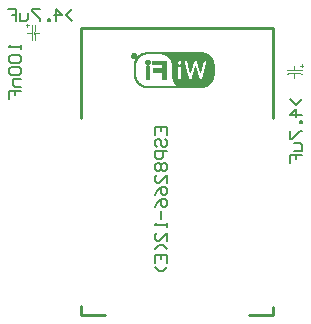
<source format=gbo>
%FSDAX24Y24*%
%MOMM*%
%SFA1B1*%

%IPPOS*%
%ADD34C,0.177800*%
%ADD53C,0.100076*%
%ADD54C,0.254000*%
%ADD55C,0.012700*%
%LNesp8266_amp_smd-1*%
%LPD*%
G54D34*
X128272Y171028D02*
Y177800D01*
X138430*
Y171028*
X133352Y177800D02*
Y174414D01*
X129966Y160873D02*
X128272Y162565D01*
Y165950*
X129966Y167642*
X131658*
X133352Y165950*
Y162565*
X135044Y160873*
X136738*
X138430Y162565*
Y165950*
X136738Y167642*
X138430Y157487D02*
X128272D01*
Y152407*
X129966Y150715*
X133352*
X135044Y152407*
Y157487*
X129966Y147330D02*
X128272Y145635D01*
Y142252*
X129966Y140558*
X131658*
X133352Y142252*
X135044Y140558*
X136738*
X138430Y142252*
Y145635*
X136738Y147330*
X135044*
X133352Y145635*
X131658Y147330*
X129966*
X133352Y145635D02*
Y142252D01*
X138430Y130401D02*
Y137172D01*
X131658Y130401*
X129966*
X128272Y132095*
Y135481*
X129966Y137172*
X128272Y120246D02*
X129966Y123631D01*
X133352Y127017*
X136738*
X138430Y125323*
Y121937*
X136738Y120246*
X135044*
X133352Y121937*
Y127017*
X128272Y110088D02*
X129966Y113474D01*
X133352Y116860*
X136738*
X138430Y115166*
Y111780*
X136738Y110088*
X135044*
X133352Y111780*
Y116860*
Y106702D02*
Y099931D01*
X138430Y096545D02*
Y093159D01*
Y094853*
X128272*
X129966Y096545*
X138430Y081310D02*
Y088082D01*
X131658Y081310*
X129966*
X128272Y083004*
Y086390*
X129966Y088082*
X138430Y074538D02*
X135044Y077924D01*
X131658*
X128272Y074538*
Y062689D02*
Y069461D01*
X138430*
Y062689*
X133352Y069461D02*
Y066075D01*
X138430Y059303D02*
X135044Y055920D01*
X131658*
X128272Y059303*
X015240Y247650D02*
Y244264D01*
Y245958*
X005082*
X006776Y247650*
Y239186D02*
X005082Y237492D01*
Y234106*
X006776Y232415*
X013548*
X015240Y234106*
Y237492*
X013548Y239186*
X006776*
Y229029D02*
X005082Y227337D01*
Y223951*
X006776Y222257*
X013548*
X015240Y223951*
Y227337*
X013548Y229029*
X006776*
X015240Y218871D02*
X008468D01*
Y213794*
X010162Y212100*
X015240*
X005082Y201945D02*
Y208716D01*
X010162*
Y205331*
Y208716*
X015240*
X058420Y267970D02*
X053342Y273047D01*
X058420Y278127*
X044876Y267970D02*
Y278127D01*
X049956Y273047*
X043185*
X039799Y267970D02*
Y269664D01*
X038107*
Y267970*
X039799*
X031335Y278127D02*
X024564D01*
Y276433*
X031335Y269664*
Y267970*
X021178Y274741D02*
Y269664D01*
X019486Y267970*
X014406*
Y274741*
X004251Y278127D02*
X011021D01*
Y273047*
X007635*
X011021*
Y267970*
X252730Y201930D02*
X247652Y196852D01*
X242572Y201930*
X252730Y188386D02*
X242572D01*
X247652Y193466*
Y186695*
X252730Y183309D02*
X251038D01*
Y181617*
X252730*
Y183309*
X242572Y174845D02*
Y168074D01*
X244266*
X251038Y174845*
X252730*
X245958Y164688D02*
X251038D01*
X252730Y162996*
Y157916*
X245958*
X242572Y147761D02*
Y154531D01*
X247652*
Y151145*
Y154531*
X252730*
G54D53*
X026901Y264111D02*
D01*
X026535Y262015*
X026316Y259899*
X026245Y257773*
X026323Y255647*
X026549Y253531*
X026906Y251510*
X252681Y223288D02*
D01*
X250585Y223654*
X248469Y223873*
X246343Y223943*
X244217Y223866*
X242101Y223640*
X240080Y223283*
X019050Y264160D02*
X021590D01*
X020320Y262890D02*
Y265430D01*
X024130Y251460D02*
Y264160D01*
X020320Y257810D02*
X024130D01*
X026670D02*
X030480D01*
X252730Y228600D02*
Y231140D01*
X251460Y229870D02*
X254000D01*
X240030Y226060D02*
X252730D01*
X246380D02*
Y229870D01*
Y219710D02*
Y223520D01*
G54D54*
X066040Y261620D02*
X228600D01*
X066040Y185420D02*
Y261620D01*
Y019050D02*
Y026670D01*
Y019050D02*
X086360D01*
X208280D02*
X228600D01*
Y025400*
Y185420D02*
Y261620D01*
G54D55*
X120269Y241300D02*
X168021D01*
X119507Y241173D02*
X168783D01*
X118999Y241046D02*
X169291D01*
X118491Y240919D02*
X169799D01*
X118110Y240792D02*
X170180D01*
X117729Y240665D02*
X170561D01*
X117475Y240538D02*
X170815D01*
X117094Y240411D02*
X171196D01*
X109474D02*
X110744D01*
X116840Y240284D02*
X171450D01*
X109220D02*
X111125D01*
X134366Y240157D02*
X171704D01*
X116586D02*
X120015D01*
X108966D02*
X111252D01*
X135128Y240030D02*
X171958D01*
X116332D02*
X119380D01*
X110490D02*
X111379D01*
X108839D02*
X109728D01*
X135509Y239903D02*
X172212D01*
X116078D02*
X118872D01*
X110871D02*
X111633D01*
X108712D02*
X109347D01*
X136017Y239776D02*
X172339D01*
X115951D02*
X118364D01*
X110998D02*
X111633D01*
X108585D02*
X109220D01*
X136271Y239649D02*
X172593D01*
X115697D02*
X117983D01*
X111252D02*
X111760D01*
X108458D02*
X109093D01*
X136652Y239522D02*
X172847D01*
X115570D02*
X117729D01*
X111379D02*
X111887D01*
X109855D02*
X110998D01*
X108458D02*
X108966D01*
X136906Y239395D02*
X172974D01*
X115316D02*
X117348D01*
X111379D02*
X111887D01*
X109474D02*
X110998D01*
X108331D02*
X108839D01*
X137160Y239268D02*
X173101D01*
X115189D02*
X117094D01*
X111506D02*
X112014D01*
X109347D02*
X110998D01*
X108331D02*
X108712D01*
X137414Y239141D02*
X173355D01*
X114935D02*
X116840D01*
X111506D02*
X112014D01*
X110617D02*
X110998D01*
X109347D02*
X109982D01*
X108204D02*
X108712D01*
X137668Y239014D02*
X173482D01*
X114808D02*
X116586D01*
X111633D02*
X112014D01*
X110617D02*
X110998D01*
X109347D02*
X109855D01*
X108204D02*
X108585D01*
X137922Y238887D02*
X173609D01*
X114681D02*
X116459D01*
X111633D02*
X112141D01*
X110617D02*
X110998D01*
X109347D02*
X109855D01*
X108204D02*
X108585D01*
X138049Y238760D02*
X173863D01*
X114427D02*
X116205D01*
X111633D02*
X112141D01*
X110617D02*
X110998D01*
X109347D02*
X109855D01*
X108204D02*
X108585D01*
X138303Y238633D02*
X173990D01*
X114300D02*
X116078D01*
X111633D02*
X112141D01*
X109347D02*
X110998D01*
X108077D02*
X108585D01*
X138430Y238506D02*
X174117D01*
X114173D02*
X115824D01*
X111633D02*
X112141D01*
X109474D02*
X110998D01*
X108077D02*
X108585D01*
X138684Y238379D02*
X174244D01*
X114046D02*
X115697D01*
X111760D02*
X112141D01*
X109728D02*
X110998D01*
X108077D02*
X108585D01*
X138811Y238252D02*
X174371D01*
X113919D02*
X115443D01*
X111633D02*
X112141D01*
X110617D02*
X110998D01*
X109728D02*
X110363D01*
X108077D02*
X108585D01*
X138938Y238125D02*
X174498D01*
X113792D02*
X115316D01*
X111633D02*
X112141D01*
X110617D02*
X110998D01*
X109601D02*
X110109D01*
X108204D02*
X108585D01*
X139065Y237998D02*
X174625D01*
X113665D02*
X115189D01*
X111633D02*
X112141D01*
X110617D02*
X110998D01*
X109474D02*
X110109D01*
X108204D02*
X108585D01*
X139319Y237871D02*
X174752D01*
X113538D02*
X114935D01*
X111633D02*
X112014D01*
X110617D02*
X110998D01*
X109474D02*
X109982D01*
X108204D02*
X108712D01*
X139446Y237744D02*
X174879D01*
X113411D02*
X114808D01*
X111506D02*
X112014D01*
X110617D02*
X110998D01*
X109347D02*
X109855D01*
X108204D02*
X108712D01*
X139573Y237617D02*
X175006D01*
X113284D02*
X114681D01*
X111506D02*
X111887D01*
X110617D02*
X110998D01*
X109220D02*
X109855D01*
X108331D02*
X108839D01*
X139700Y237490D02*
X175133D01*
X113157D02*
X114554D01*
X111379D02*
X111887D01*
X110617D02*
X110998D01*
X109220D02*
X109728D01*
X108331D02*
X108839D01*
X139827Y237363D02*
X175260D01*
X113030D02*
X114427D01*
X111252D02*
X111760D01*
X108458D02*
X108966D01*
X139954Y237236D02*
X175387D01*
X113030D02*
X114300D01*
X111125D02*
X111760D01*
X108585D02*
X109220D01*
X140081Y237109D02*
X175387D01*
X112903D02*
X114173D01*
X110871D02*
X111633D01*
X108712D02*
X109347D01*
X140081Y236982D02*
X175514D01*
X112776D02*
X114046D01*
X110617D02*
X111506D01*
X108839D02*
X109601D01*
X140208Y236855D02*
X175641D01*
X112649D02*
X113919D01*
X108966D02*
X111252D01*
X140335Y236728D02*
X175768D01*
X112522D02*
X113919D01*
X109093D02*
X111125D01*
X140462Y236601D02*
X175768D01*
X112522D02*
X113792D01*
X109474D02*
X110744D01*
X140589Y236474D02*
X175895D01*
X112395D02*
X113665D01*
X140716Y236347D02*
X176022D01*
X112268D02*
X113538D01*
X140716Y236220D02*
X176149D01*
X112268D02*
X113411D01*
X140843Y236093D02*
X176149D01*
X112141D02*
X113411D01*
X140970Y235966D02*
X176276D01*
X112014D02*
X113284D01*
X140970Y235839D02*
X176276D01*
X112014D02*
X113157D01*
X141097Y235712D02*
X176403D01*
X111887D02*
X113157D01*
X141224Y235585D02*
X176530D01*
X111887D02*
X113030D01*
X141224Y235458D02*
X176530D01*
X111760D02*
X112903D01*
X141351Y235331D02*
X176657D01*
X111633D02*
X112903D01*
X141351Y235204D02*
X176657D01*
X111633D02*
X112776D01*
X141478Y235077D02*
X176784D01*
X111506D02*
X112776D01*
X141478Y234950D02*
X176784D01*
X111506D02*
X112649D01*
X141605Y234823D02*
X176911D01*
X111379D02*
X112522D01*
X149098Y234696D02*
X176911D01*
X141605D02*
X148463D01*
X121666D02*
X122174D01*
X111379D02*
X112522D01*
X149606Y234569D02*
X177038D01*
X141732D02*
X148082D01*
X121158D02*
X122682D01*
X111379D02*
X112395D01*
X149860Y234442D02*
X177038D01*
X141732D02*
X147828D01*
X120904D02*
X122936D01*
X111252D02*
X112395D01*
X171958Y234315D02*
X177038D01*
X171704D02*
X171831D01*
X169164D02*
X169418D01*
X163576D02*
X169037D01*
X161163D02*
X161290D01*
X160782D02*
X161036D01*
X155321D02*
X160655D01*
X152400D02*
X152527D01*
X149987D02*
X152273D01*
X141859D02*
X147574D01*
X120650D02*
X123063D01*
X111252D02*
X112395D01*
X172085Y234188D02*
X177165D01*
X163576D02*
X168656D01*
X155448D02*
X160655D01*
X150114D02*
X152273D01*
X141859D02*
X147447D01*
X125857D02*
X137414D01*
X120523D02*
X123190D01*
X111125D02*
X112268D01*
X172085Y234061D02*
X177165D01*
X163576D02*
X168656D01*
X155448D02*
X160528D01*
X150241D02*
X152273D01*
X141859D02*
X147320D01*
X125730D02*
X137414D01*
X120396D02*
X123317D01*
X111125D02*
X112268D01*
X171958Y233934D02*
X177292D01*
X163703D02*
X168656D01*
X155448D02*
X160528D01*
X150368D02*
X152400D01*
X141986D02*
X147193D01*
X125857D02*
X137414D01*
X120396D02*
X123444D01*
X111125D02*
X112141D01*
X171958Y233807D02*
X177292D01*
X163703D02*
X168656D01*
X155575D02*
X160528D01*
X150495D02*
X152400D01*
X141986D02*
X147193D01*
X125857D02*
X137414D01*
X120269D02*
X123571D01*
X110998D02*
X112141D01*
X171958Y233680D02*
X177292D01*
X163703D02*
X168529D01*
X155575D02*
X160528D01*
X150495D02*
X152400D01*
X142113D02*
X147066D01*
X125857D02*
X137414D01*
X120142D02*
X123571D01*
X110998D02*
X112141D01*
X171958Y233553D02*
X177419D01*
X163830D02*
X168529D01*
X155575D02*
X160401D01*
X150622D02*
X152400D01*
X142113D02*
X147066D01*
X125857D02*
X137414D01*
X120142D02*
X123698D01*
X110871D02*
X112014D01*
X171831Y233426D02*
X177419D01*
X163830D02*
X168529D01*
X155575D02*
X160401D01*
X150622D02*
X152527D01*
X142113D02*
X146939D01*
X125857D02*
X137414D01*
X120015D02*
X123698D01*
X110871D02*
X112014D01*
X171831Y233299D02*
X177419D01*
X163830D02*
X168529D01*
X155575D02*
X160401D01*
X150622D02*
X152527D01*
X142240D02*
X146939D01*
X125857D02*
X137414D01*
X120015D02*
X123698D01*
X110871D02*
X111887D01*
X171831Y233172D02*
X177546D01*
X163957D02*
X168402D01*
X155702D02*
X160274D01*
X150749D02*
X152527D01*
X142240D02*
X146939D01*
X125857D02*
X137414D01*
X120015D02*
X123825D01*
X110871D02*
X111887D01*
X171831Y233045D02*
X177546D01*
X163957D02*
X168402D01*
X155702D02*
X160274D01*
X150749D02*
X152527D01*
X142240D02*
X146939D01*
X125857D02*
X137414D01*
X120015D02*
X123825D01*
X110744D02*
X111887D01*
X171704Y232918D02*
X177546D01*
X163957D02*
X168402D01*
X155702D02*
X160274D01*
X150749D02*
X152654D01*
X142240D02*
X146939D01*
X125857D02*
X137414D01*
X120015D02*
X123825D01*
X110744D02*
X111887D01*
X171704Y232791D02*
X177546D01*
X163957D02*
X168402D01*
X155702D02*
X160274D01*
X150749D02*
X152654D01*
X142367D02*
X146812D01*
X125857D02*
X137414D01*
X120015D02*
X123825D01*
X110744D02*
X111760D01*
X171704Y232664D02*
X177673D01*
X164084D02*
X168402D01*
X155829D02*
X160147D01*
X150749D02*
X152654D01*
X142367D02*
X146939D01*
X125857D02*
X137414D01*
X120015D02*
X123825D01*
X110617D02*
X111760D01*
X171704Y232537D02*
X177673D01*
X164084D02*
X168275D01*
X155829D02*
X160147D01*
X150749D02*
X152654D01*
X142367D02*
X146939D01*
X125857D02*
X137414D01*
X120015D02*
X123825D01*
X110617D02*
X111760D01*
X171577Y232410D02*
X177673D01*
X164084D02*
X168275D01*
X155829D02*
X160147D01*
X150622D02*
X152781D01*
X142367D02*
X146939D01*
X125857D02*
X137414D01*
X120015D02*
X123825D01*
X110617D02*
X111760D01*
X171577Y232283D02*
X177673D01*
X164211D02*
X168275D01*
X155829D02*
X160020D01*
X150622D02*
X152781D01*
X142494D02*
X146939D01*
X125857D02*
X137414D01*
X120015D02*
X123698D01*
X110617D02*
X111633D01*
X171577Y232156D02*
X177673D01*
X164211D02*
X168275D01*
X155956D02*
X160020D01*
X150622D02*
X152781D01*
X142494D02*
X146939D01*
X125857D02*
X137414D01*
X120142D02*
X123698D01*
X110617D02*
X111633D01*
X171450Y232029D02*
X177800D01*
X164211D02*
X168148D01*
X155956D02*
X160020D01*
X150622D02*
X152781D01*
X142494D02*
X147066D01*
X125857D02*
X137414D01*
X120142D02*
X123698D01*
X110490D02*
X111633D01*
X171450Y231902D02*
X177800D01*
X164211D02*
X168148D01*
X155956D02*
X160020D01*
X150495D02*
X152908D01*
X142494D02*
X147066D01*
X125857D02*
X137414D01*
X120142D02*
X123571D01*
X110490D02*
X111633D01*
X171450Y231775D02*
X177800D01*
X164338D02*
X168148D01*
X155956D02*
X159893D01*
X150495D02*
X152908D01*
X142494D02*
X147193D01*
X125857D02*
X137414D01*
X120269D02*
X123571D01*
X110490D02*
X111633D01*
X171450Y231648D02*
X177800D01*
X164338D02*
X168148D01*
X156083D02*
X159893D01*
X150368D02*
X152908D01*
X142494D02*
X147320D01*
X125857D02*
X137414D01*
X120396D02*
X123444D01*
X110490D02*
X111506D01*
X171323Y231521D02*
X177800D01*
X164338D02*
X168148D01*
X156083D02*
X159893D01*
X150241D02*
X153035D01*
X142494D02*
X147320D01*
X125857D02*
X137414D01*
X120396D02*
X123317D01*
X110490D02*
X111506D01*
X171323Y231394D02*
X177800D01*
X164465D02*
X168021D01*
X156083D02*
X159766D01*
X150114D02*
X153035D01*
X142621D02*
X147447D01*
X125730D02*
X137414D01*
X120523D02*
X123190D01*
X110490D02*
X111506D01*
X171323Y231267D02*
X177800D01*
X164465D02*
X168021D01*
X156083D02*
X159766D01*
X149987D02*
X153035D01*
X142621D02*
X147574D01*
X125857D02*
X137414D01*
X120777D02*
X123063D01*
X110490D02*
X111506D01*
X171323Y231140D02*
X177927D01*
X164465D02*
X168021D01*
X156083D02*
X159766D01*
X149733D02*
X153035D01*
X142621D02*
X147828D01*
X133985D02*
X137414D01*
X120904D02*
X122936D01*
X110363D02*
X111506D01*
X171196Y231013D02*
X177927D01*
X164592D02*
X168021D01*
X156210D02*
X159766D01*
X149479D02*
X153162D01*
X142621D02*
X148082D01*
X133985D02*
X137414D01*
X121158D02*
X122555D01*
X110363D02*
X111506D01*
X171196Y230886D02*
X177927D01*
X164592D02*
X167894D01*
X156210D02*
X159639D01*
X148971D02*
X153162D01*
X142621D02*
X148844D01*
X133985D02*
X137414D01*
X121920D02*
X122047D01*
X110363D02*
X111506D01*
X171196Y230759D02*
X177927D01*
X164592D02*
X167894D01*
X156210D02*
X159639D01*
X142621D02*
X153162D01*
X133985D02*
X137414D01*
X110363D02*
X111506D01*
X171196Y230632D02*
X177927D01*
X164592D02*
X167894D01*
X156210D02*
X159639D01*
X142621D02*
X153162D01*
X133985D02*
X137414D01*
X110363D02*
X111506D01*
X171069Y230505D02*
X177927D01*
X164719D02*
X167894D01*
X156210D02*
X159512D01*
X142621D02*
X153289D01*
X133985D02*
X137414D01*
X110363D02*
X111506D01*
X171069Y230378D02*
X177927D01*
X164719D02*
X167894D01*
X156337D02*
X159512D01*
X142621D02*
X153289D01*
X133985D02*
X137414D01*
X110363D02*
X111506D01*
X171069Y230251D02*
X177927D01*
X164719D02*
X167767D01*
X156337D02*
X159512D01*
X142621D02*
X153289D01*
X133985D02*
X137414D01*
X110363D02*
X111506D01*
X170942Y230124D02*
X177927D01*
X164846D02*
X167767D01*
X156337D02*
X159512D01*
X142621D02*
X153289D01*
X133985D02*
X137414D01*
X110363D02*
X111506D01*
X170942Y229997D02*
X177927D01*
X164846D02*
X167767D01*
X156337D02*
X159385D01*
X142621D02*
X153416D01*
X133985D02*
X137414D01*
X110363D02*
X111506D01*
X170942Y229870D02*
X177927D01*
X164846D02*
X167767D01*
X156464D02*
X159385D01*
X142621D02*
X153416D01*
X133985D02*
X137414D01*
X110363D02*
X111506D01*
X170942Y229743D02*
X177927D01*
X164846D02*
X167640D01*
X156464D02*
X159385D01*
X142621D02*
X153416D01*
X133985D02*
X137414D01*
X110363D02*
X111506D01*
X170815Y229616D02*
X177927D01*
X164973D02*
X167640D01*
X156464D02*
X159258D01*
X142621D02*
X153416D01*
X133985D02*
X137414D01*
X110363D02*
X111506D01*
X170815Y229489D02*
X177927D01*
X164973D02*
X167640D01*
X156464D02*
X159258D01*
X142621D02*
X153543D01*
X133985D02*
X137414D01*
X110363D02*
X111506D01*
X170815Y229362D02*
X177927D01*
X164973D02*
X167640D01*
X162179D02*
X162306D01*
X156591D02*
X159258D01*
X150495D02*
X153543D01*
X142621D02*
X147193D01*
X133985D02*
X137414D01*
X120269D02*
X123571D01*
X110363D02*
X111506D01*
X170815Y229235D02*
X177927D01*
X165100D02*
X167513D01*
X162052D02*
X162306D01*
X156591D02*
X159258D01*
X150495D02*
X153543D01*
X142621D02*
X147193D01*
X133985D02*
X137414D01*
X120269D02*
X123571D01*
X110363D02*
X111506D01*
X170688Y229108D02*
X177927D01*
X165100D02*
X167513D01*
X162052D02*
X162306D01*
X156591D02*
X159131D01*
X150495D02*
X153670D01*
X142621D02*
X147193D01*
X133985D02*
X137414D01*
X120269D02*
X123571D01*
X110363D02*
X111506D01*
X170688Y228981D02*
X177927D01*
X165100D02*
X167513D01*
X162052D02*
X162306D01*
X156591D02*
X159131D01*
X150495D02*
X153670D01*
X142621D02*
X147193D01*
X133985D02*
X137414D01*
X120269D02*
X123571D01*
X110363D02*
X111506D01*
X170688Y228854D02*
X177927D01*
X165227D02*
X167513D01*
X162052D02*
X162433D01*
X156718D02*
X159131D01*
X150495D02*
X153670D01*
X142621D02*
X147193D01*
X133985D02*
X137414D01*
X120269D02*
X123571D01*
X110363D02*
X111506D01*
X170688Y228727D02*
X177927D01*
X165227D02*
X167513D01*
X161925D02*
X162433D01*
X156718D02*
X159131D01*
X150368D02*
X153670D01*
X142621D02*
X147193D01*
X133985D02*
X137414D01*
X120269D02*
X123571D01*
X110363D02*
X111506D01*
X170561Y228600D02*
X177927D01*
X165227D02*
X167386D01*
X161925D02*
X162433D01*
X156718D02*
X159004D01*
X150495D02*
X153797D01*
X142621D02*
X147193D01*
X133985D02*
X137414D01*
X120269D02*
X123571D01*
X110363D02*
X111506D01*
X170561Y228473D02*
X177927D01*
X165227D02*
X167386D01*
X161925D02*
X162560D01*
X156718D02*
X159004D01*
X150495D02*
X153797D01*
X142621D02*
X147193D01*
X133985D02*
X137414D01*
X120269D02*
X123571D01*
X110363D02*
X111506D01*
X170561Y228346D02*
X177927D01*
X165354D02*
X167386D01*
X161798D02*
X162560D01*
X156718D02*
X159004D01*
X150495D02*
X153797D01*
X142621D02*
X147193D01*
X133985D02*
X137414D01*
X120269D02*
X123571D01*
X110363D02*
X111506D01*
X170434Y228219D02*
X177927D01*
X165354D02*
X167386D01*
X161798D02*
X162560D01*
X156845D02*
X158877D01*
X150495D02*
X153797D01*
X142621D02*
X147193D01*
X133985D02*
X137414D01*
X120269D02*
X123571D01*
X110363D02*
X111506D01*
X170434Y228092D02*
X177927D01*
X165354D02*
X167259D01*
X161798D02*
X162560D01*
X156845D02*
X158877D01*
X150495D02*
X153924D01*
X142621D02*
X147193D01*
X133985D02*
X137414D01*
X120269D02*
X123571D01*
X110363D02*
X111506D01*
X170434Y227965D02*
X177927D01*
X165481D02*
X167259D01*
X161798D02*
X162687D01*
X156845D02*
X158877D01*
X150495D02*
X153924D01*
X142621D02*
X147193D01*
X126365D02*
X137414D01*
X120269D02*
X123571D01*
X110363D02*
X111506D01*
X170434Y227838D02*
X177927D01*
X165481D02*
X167259D01*
X161671D02*
X162687D01*
X156845D02*
X158877D01*
X150495D02*
X153924D01*
X142621D02*
X147193D01*
X126365D02*
X137414D01*
X120269D02*
X123571D01*
X110363D02*
X111506D01*
X170307Y227711D02*
X177927D01*
X165481D02*
X167259D01*
X161671D02*
X162687D01*
X156972D02*
X158750D01*
X150495D02*
X153924D01*
X142621D02*
X147193D01*
X126365D02*
X137414D01*
X120269D02*
X123571D01*
X110363D02*
X111506D01*
X170307Y227584D02*
X177927D01*
X165608D02*
X167259D01*
X161671D02*
X162814D01*
X156972D02*
X158750D01*
X150495D02*
X154051D01*
X142621D02*
X147193D01*
X126365D02*
X137414D01*
X120269D02*
X123571D01*
X110363D02*
X111506D01*
X170307Y227457D02*
X177927D01*
X165608D02*
X167132D01*
X161544D02*
X162814D01*
X156972D02*
X158750D01*
X150495D02*
X154051D01*
X142621D02*
X147193D01*
X126365D02*
X137414D01*
X120269D02*
X123571D01*
X110363D02*
X111506D01*
X170307Y227330D02*
X177927D01*
X165608D02*
X167132D01*
X161544D02*
X162814D01*
X156972D02*
X158623D01*
X150495D02*
X154051D01*
X142621D02*
X147193D01*
X126365D02*
X137414D01*
X120269D02*
X123571D01*
X110363D02*
X111506D01*
X170180Y227203D02*
X177927D01*
X165608D02*
X167132D01*
X161544D02*
X162814D01*
X157099D02*
X158623D01*
X150495D02*
X154178D01*
X142621D02*
X147193D01*
X126365D02*
X137414D01*
X120269D02*
X123571D01*
X110363D02*
X111506D01*
X170180Y227076D02*
X177927D01*
X165735D02*
X167132D01*
X161544D02*
X162941D01*
X157099D02*
X158623D01*
X150495D02*
X154178D01*
X142621D02*
X147193D01*
X126365D02*
X137414D01*
X120269D02*
X123571D01*
X110363D02*
X111506D01*
X170180Y226949D02*
X177927D01*
X165735D02*
X167005D01*
X161417D02*
X162941D01*
X157099D02*
X158623D01*
X150495D02*
X154178D01*
X142621D02*
X147193D01*
X126365D02*
X137414D01*
X120269D02*
X123571D01*
X110363D02*
X111506D01*
X170053Y226822D02*
X177927D01*
X165735D02*
X167005D01*
X161417D02*
X162941D01*
X157099D02*
X158496D01*
X150495D02*
X154178D01*
X142621D02*
X147193D01*
X126365D02*
X137414D01*
X120269D02*
X123571D01*
X110363D02*
X111506D01*
X170053Y226695D02*
X177927D01*
X165862D02*
X167005D01*
X161417D02*
X163068D01*
X157099D02*
X158496D01*
X150495D02*
X154305D01*
X142621D02*
X147193D01*
X126365D02*
X137414D01*
X120269D02*
X123571D01*
X110363D02*
X111506D01*
X170053Y226568D02*
X177927D01*
X165862D02*
X167005D01*
X161290D02*
X163068D01*
X157226D02*
X158496D01*
X150495D02*
X154305D01*
X142621D02*
X147193D01*
X126365D02*
X137414D01*
X120269D02*
X123571D01*
X110363D02*
X111506D01*
X170053Y226441D02*
X177927D01*
X165862D02*
X167005D01*
X161290D02*
X163068D01*
X157226D02*
X158369D01*
X150495D02*
X154305D01*
X142621D02*
X147193D01*
X126365D02*
X137414D01*
X120269D02*
X123571D01*
X110363D02*
X111506D01*
X169926Y226314D02*
X177927D01*
X165862D02*
X166878D01*
X161290D02*
X163068D01*
X157226D02*
X158369D01*
X150495D02*
X154305D01*
X142621D02*
X147193D01*
X126365D02*
X137414D01*
X120269D02*
X123571D01*
X110363D02*
X111506D01*
X169926Y226187D02*
X177927D01*
X165989D02*
X166878D01*
X161290D02*
X163195D01*
X157226D02*
X158369D01*
X150495D02*
X154432D01*
X142621D02*
X147193D01*
X126365D02*
X137414D01*
X120269D02*
X123571D01*
X110363D02*
X111506D01*
X169926Y226060D02*
X177927D01*
X165989D02*
X166878D01*
X161163D02*
X163195D01*
X157353D02*
X158242D01*
X150495D02*
X154432D01*
X142621D02*
X147193D01*
X126365D02*
X137414D01*
X120269D02*
X123571D01*
X110363D02*
X111506D01*
X169926Y225933D02*
X177927D01*
X165989D02*
X166878D01*
X161163D02*
X163195D01*
X157353D02*
X158242D01*
X150495D02*
X154432D01*
X142621D02*
X147193D01*
X126365D02*
X137414D01*
X120269D02*
X123571D01*
X110363D02*
X111506D01*
X169799Y225806D02*
X177927D01*
X166116D02*
X166751D01*
X161163D02*
X163322D01*
X157353D02*
X158242D01*
X150495D02*
X154432D01*
X142621D02*
X147193D01*
X126365D02*
X137414D01*
X120269D02*
X123571D01*
X110363D02*
X111506D01*
X169799Y225679D02*
X177927D01*
X166116D02*
X166751D01*
X161036D02*
X163322D01*
X157353D02*
X158242D01*
X150495D02*
X154559D01*
X142621D02*
X147193D01*
X126365D02*
X137414D01*
X120269D02*
X123571D01*
X110363D02*
X111506D01*
X169799Y225552D02*
X177927D01*
X166116D02*
X166751D01*
X161036D02*
X163322D01*
X157480D02*
X158115D01*
X150495D02*
X154559D01*
X142621D02*
X147193D01*
X126365D02*
X137414D01*
X120269D02*
X123571D01*
X110363D02*
X111506D01*
X169799Y225425D02*
X177927D01*
X166243D02*
X166751D01*
X161036D02*
X163322D01*
X157480D02*
X158115D01*
X150495D02*
X154559D01*
X142621D02*
X147193D01*
X126365D02*
X137414D01*
X120269D02*
X123571D01*
X110363D02*
X111506D01*
X169672Y225298D02*
X177927D01*
X166243D02*
X166751D01*
X161036D02*
X163449D01*
X157480D02*
X158115D01*
X150495D02*
X154559D01*
X142621D02*
X147193D01*
X126365D02*
X137414D01*
X120269D02*
X123571D01*
X110363D02*
X111506D01*
X169672Y225171D02*
X177927D01*
X166243D02*
X166624D01*
X160909D02*
X163449D01*
X157480D02*
X158115D01*
X150495D02*
X154686D01*
X142621D02*
X147193D01*
X126365D02*
X137414D01*
X120269D02*
X123571D01*
X110363D02*
X111506D01*
X169672Y225044D02*
X177927D01*
X166243D02*
X166624D01*
X160909D02*
X163449D01*
X157480D02*
X157988D01*
X150495D02*
X154686D01*
X142621D02*
X147193D01*
X126365D02*
X137414D01*
X120269D02*
X123571D01*
X110363D02*
X111506D01*
X169545Y224917D02*
X177927D01*
X166370D02*
X166624D01*
X160909D02*
X163576D01*
X157607D02*
X157988D01*
X150495D02*
X154686D01*
X142621D02*
X147193D01*
X126365D02*
X137414D01*
X120269D02*
X123571D01*
X110363D02*
X111506D01*
X169545Y224790D02*
X177927D01*
X166370D02*
X166624D01*
X160782D02*
X163576D01*
X157607D02*
X157988D01*
X150495D02*
X154813D01*
X142621D02*
X147193D01*
X133985D02*
X137414D01*
X120269D02*
X123571D01*
X110363D02*
X111506D01*
X169545Y224663D02*
X177927D01*
X166370D02*
X166497D01*
X160782D02*
X163576D01*
X157607D02*
X157861D01*
X150495D02*
X154813D01*
X142621D02*
X147193D01*
X133985D02*
X137414D01*
X120269D02*
X123571D01*
X110363D02*
X111506D01*
X169545Y224536D02*
X177927D01*
X160782D02*
X163576D01*
X157607D02*
X157861D01*
X150495D02*
X154813D01*
X142621D02*
X147193D01*
X133985D02*
X137414D01*
X120269D02*
X123571D01*
X110363D02*
X111506D01*
X169418Y224409D02*
X177927D01*
X160782D02*
X163703D01*
X157734D02*
X157861D01*
X150495D02*
X154813D01*
X142621D02*
X147193D01*
X133985D02*
X137414D01*
X120269D02*
X123571D01*
X110363D02*
X111506D01*
X169418Y224282D02*
X177927D01*
X160655D02*
X163703D01*
X157734D02*
X157861D01*
X150495D02*
X154940D01*
X142621D02*
X147193D01*
X133985D02*
X137414D01*
X120269D02*
X123571D01*
X110363D02*
X111506D01*
X169418Y224155D02*
X177927D01*
X160655D02*
X163703D01*
X150495D02*
X154940D01*
X142621D02*
X147193D01*
X133985D02*
X137414D01*
X120269D02*
X123571D01*
X110363D02*
X111506D01*
X169418Y224028D02*
X177927D01*
X160655D02*
X163830D01*
X150495D02*
X154940D01*
X142621D02*
X147193D01*
X133985D02*
X137414D01*
X120269D02*
X123571D01*
X110363D02*
X111506D01*
X169291Y223901D02*
X177927D01*
X160528D02*
X163830D01*
X150495D02*
X154940D01*
X142621D02*
X147193D01*
X133985D02*
X137414D01*
X120269D02*
X123571D01*
X110363D02*
X111506D01*
X169291Y223774D02*
X177927D01*
X160528D02*
X163830D01*
X150495D02*
X155067D01*
X142621D02*
X147193D01*
X133985D02*
X137414D01*
X120269D02*
X123571D01*
X110363D02*
X111506D01*
X169291Y223647D02*
X177927D01*
X160528D02*
X163957D01*
X150495D02*
X155067D01*
X142621D02*
X147193D01*
X133985D02*
X137414D01*
X120269D02*
X123571D01*
X110363D02*
X111506D01*
X169164Y223520D02*
X177927D01*
X160401D02*
X163957D01*
X150495D02*
X155067D01*
X142621D02*
X147193D01*
X133985D02*
X137414D01*
X120269D02*
X123571D01*
X110363D02*
X111506D01*
X169164Y223393D02*
X177927D01*
X160401D02*
X163957D01*
X150495D02*
X155067D01*
X142621D02*
X147193D01*
X133985D02*
X137414D01*
X120269D02*
X123571D01*
X110363D02*
X111506D01*
X169164Y223266D02*
X177927D01*
X160401D02*
X163957D01*
X150495D02*
X155194D01*
X142621D02*
X147193D01*
X133985D02*
X137414D01*
X120269D02*
X123571D01*
X110363D02*
X111506D01*
X169164Y223139D02*
X177927D01*
X160401D02*
X164084D01*
X150495D02*
X155194D01*
X142621D02*
X147193D01*
X133985D02*
X137414D01*
X120269D02*
X123571D01*
X110363D02*
X111506D01*
X169037Y223012D02*
X177927D01*
X160274D02*
X164084D01*
X150495D02*
X155194D01*
X142621D02*
X147193D01*
X133985D02*
X137414D01*
X120269D02*
X123571D01*
X110363D02*
X111506D01*
X169037Y222885D02*
X177927D01*
X160274D02*
X164084D01*
X150495D02*
X155194D01*
X142621D02*
X147193D01*
X133985D02*
X137414D01*
X120269D02*
X123571D01*
X110363D02*
X111506D01*
X169037Y222758D02*
X177927D01*
X160274D02*
X164211D01*
X150495D02*
X155321D01*
X142621D02*
X147193D01*
X133985D02*
X137414D01*
X120269D02*
X123571D01*
X110363D02*
X111506D01*
X169037Y222631D02*
X177927D01*
X160274D02*
X164211D01*
X150495D02*
X155321D01*
X142621D02*
X147193D01*
X133985D02*
X137414D01*
X120269D02*
X123571D01*
X110363D02*
X111506D01*
X168910Y222504D02*
X177927D01*
X160147D02*
X164211D01*
X150495D02*
X155321D01*
X142621D02*
X147193D01*
X133985D02*
X137414D01*
X120269D02*
X123571D01*
X110363D02*
X111506D01*
X168910Y222377D02*
X177927D01*
X160147D02*
X164211D01*
X150495D02*
X155448D01*
X142621D02*
X147193D01*
X133985D02*
X137414D01*
X120269D02*
X123571D01*
X110363D02*
X111506D01*
X168910Y222250D02*
X177927D01*
X160147D02*
X164338D01*
X150495D02*
X155448D01*
X142621D02*
X147193D01*
X133985D02*
X137414D01*
X120269D02*
X123571D01*
X110363D02*
X111506D01*
X168910Y222123D02*
X177927D01*
X160020D02*
X164338D01*
X150495D02*
X155448D01*
X142621D02*
X147193D01*
X133985D02*
X137414D01*
X120269D02*
X123571D01*
X110363D02*
X111506D01*
X168783Y221996D02*
X177927D01*
X160020D02*
X164338D01*
X150495D02*
X155448D01*
X142621D02*
X147193D01*
X133985D02*
X137414D01*
X120269D02*
X123571D01*
X110363D02*
X111506D01*
X168783Y221869D02*
X177927D01*
X160020D02*
X164465D01*
X150495D02*
X155575D01*
X142621D02*
X147193D01*
X133985D02*
X137414D01*
X120269D02*
X123571D01*
X110363D02*
X111506D01*
X168783Y221742D02*
X177800D01*
X160020D02*
X164465D01*
X150495D02*
X155575D01*
X142621D02*
X147193D01*
X133985D02*
X137414D01*
X120269D02*
X123571D01*
X110490D02*
X111506D01*
X168656Y221615D02*
X177800D01*
X159893D02*
X164465D01*
X150495D02*
X155575D01*
X142748D02*
X147193D01*
X133985D02*
X137414D01*
X120269D02*
X123571D01*
X110490D02*
X111506D01*
X168656Y221488D02*
X177800D01*
X159893D02*
X164465D01*
X150495D02*
X155575D01*
X142748D02*
X147193D01*
X133985D02*
X137414D01*
X120269D02*
X123571D01*
X110490D02*
X111506D01*
X168656Y221361D02*
X177800D01*
X159893D02*
X164592D01*
X150495D02*
X155702D01*
X142748D02*
X147193D01*
X133985D02*
X137414D01*
X120269D02*
X123571D01*
X110490D02*
X111506D01*
X168656Y221234D02*
X177800D01*
X159766D02*
X164592D01*
X150495D02*
X155702D01*
X142748D02*
X147193D01*
X133985D02*
X137414D01*
X120269D02*
X123571D01*
X110490D02*
X111633D01*
X168529Y221107D02*
X177800D01*
X159766D02*
X164592D01*
X150495D02*
X155702D01*
X142748D02*
X147193D01*
X133985D02*
X137414D01*
X120269D02*
X123571D01*
X110490D02*
X111633D01*
X168529Y220980D02*
X177800D01*
X159766D02*
X164719D01*
X150495D02*
X155702D01*
X142748D02*
X147193D01*
X133985D02*
X137414D01*
X120269D02*
X123571D01*
X110617D02*
X111633D01*
X168529Y220853D02*
X177673D01*
X159639D02*
X164719D01*
X150495D02*
X155829D01*
X142748D02*
X147193D01*
X133985D02*
X137414D01*
X120269D02*
X123571D01*
X110617D02*
X111633D01*
X168529Y220726D02*
X177673D01*
X159639D02*
X164719D01*
X150495D02*
X155829D01*
X142748D02*
X147193D01*
X133985D02*
X137414D01*
X120269D02*
X123571D01*
X110617D02*
X111633D01*
X168402Y220599D02*
X177673D01*
X159639D02*
X164719D01*
X150495D02*
X155829D01*
X142875D02*
X147193D01*
X133985D02*
X137414D01*
X120269D02*
X123571D01*
X110617D02*
X111760D01*
X168402Y220472D02*
X177673D01*
X159639D02*
X164846D01*
X150495D02*
X155829D01*
X142875D02*
X147193D01*
X133985D02*
X137414D01*
X120269D02*
X123571D01*
X110617D02*
X111760D01*
X168402Y220345D02*
X177673D01*
X159512D02*
X164846D01*
X150495D02*
X155956D01*
X142875D02*
X147193D01*
X133985D02*
X137414D01*
X120269D02*
X123571D01*
X110744D02*
X111760D01*
X168402Y220218D02*
X177546D01*
X159512D02*
X164846D01*
X150495D02*
X155956D01*
X142875D02*
X147193D01*
X133985D02*
X137414D01*
X120269D02*
X123571D01*
X110744D02*
X111760D01*
X168275Y220091D02*
X177546D01*
X159512D02*
X164973D01*
X150495D02*
X155956D01*
X142875D02*
X147193D01*
X133985D02*
X137414D01*
X120269D02*
X123571D01*
X110744D02*
X111887D01*
X168275Y219964D02*
X177546D01*
X159385D02*
X164973D01*
X150495D02*
X156083D01*
X143002D02*
X147193D01*
X133985D02*
X137414D01*
X120269D02*
X123571D01*
X110744D02*
X111887D01*
X168275Y219837D02*
X177419D01*
X159385D02*
X164973D01*
X150495D02*
X156083D01*
X143002D02*
X147193D01*
X133985D02*
X137414D01*
X120269D02*
X123571D01*
X110871D02*
X111887D01*
X168148Y219710D02*
X177419D01*
X159385D02*
X164973D01*
X150495D02*
X156083D01*
X143002D02*
X147193D01*
X133985D02*
X137414D01*
X120269D02*
X123571D01*
X110871D02*
X112014D01*
X168148Y219583D02*
X177419D01*
X159385D02*
X165100D01*
X150495D02*
X156083D01*
X143002D02*
X147193D01*
X133985D02*
X137414D01*
X120269D02*
X123571D01*
X110871D02*
X112014D01*
X168148Y219456D02*
X177419D01*
X159258D02*
X165100D01*
X150368D02*
X156210D01*
X143129D02*
X147193D01*
X133985D02*
X137414D01*
X120269D02*
X123571D01*
X110998D02*
X112014D01*
X168148Y219329D02*
X177292D01*
X159258D02*
X165100D01*
X150368D02*
X156210D01*
X143129D02*
X147193D01*
X133985D02*
X137414D01*
X120269D02*
X123571D01*
X110998D02*
X112141D01*
X168021Y219202D02*
X177292D01*
X159258D02*
X165227D01*
X150495D02*
X156210D01*
X143129D02*
X147193D01*
X133985D02*
X137414D01*
X120269D02*
X123571D01*
X110998D02*
X112141D01*
X168021Y219075D02*
X177165D01*
X159131D02*
X165227D01*
X150495D02*
X156210D01*
X143129D02*
X147193D01*
X133985D02*
X137414D01*
X120269D02*
X123571D01*
X111125D02*
X112141D01*
X168021Y218948D02*
X177165D01*
X159131D02*
X165227D01*
X150495D02*
X156337D01*
X143256D02*
X147193D01*
X133985D02*
X137414D01*
X120269D02*
X123571D01*
X111125D02*
X112268D01*
X167894Y218821D02*
X177165D01*
X167513D02*
X167640D01*
X159131D02*
X165481D01*
X158750D02*
X158877D01*
X158369D02*
X158623D01*
X150368D02*
X156337D01*
X143256D02*
X147193D01*
X133985D02*
X137160D01*
X123063D02*
X123317D01*
X120777D02*
X122809D01*
X120269D02*
X120396D01*
X111125D02*
X112268D01*
X143256Y218694D02*
X177038D01*
X111252D02*
X112395D01*
X143383Y218567D02*
X177038D01*
X111252D02*
X112395D01*
X143383Y218440D02*
X176911D01*
X111379D02*
X112522D01*
X143383Y218313D02*
X176911D01*
X111379D02*
X112522D01*
X143510Y218186D02*
X176911D01*
X111506D02*
X112649D01*
X143510Y218059D02*
X176784D01*
X111506D02*
X112649D01*
X143637Y217932D02*
X176784D01*
X111633D02*
X112776D01*
X143637Y217805D02*
X176657D01*
X111633D02*
X112776D01*
X143637Y217678D02*
X176657D01*
X111760D02*
X112903D01*
X143764Y217551D02*
X176530D01*
X111760D02*
X112903D01*
X143764Y217424D02*
X176403D01*
X111887D02*
X113030D01*
X143891Y217297D02*
X176403D01*
X111887D02*
X113157D01*
X143891Y217170D02*
X176276D01*
X112014D02*
X113157D01*
X144018Y217043D02*
X176276D01*
X112014D02*
X113284D01*
X144018Y216916D02*
X176149D01*
X112141D02*
X113411D01*
X144145Y216789D02*
X176022D01*
X112268D02*
X113538D01*
X144145Y216662D02*
X176022D01*
X112268D02*
X113538D01*
X144272Y216535D02*
X175895D01*
X112395D02*
X113665D01*
X144272Y216408D02*
X175768D01*
X112522D02*
X113792D01*
X144399Y216281D02*
X175641D01*
X112649D02*
X113919D01*
X144526Y216154D02*
X175641D01*
X112649D02*
X114046D01*
X144526Y216027D02*
X175514D01*
X112776D02*
X114173D01*
X144653Y215900D02*
X175387D01*
X112903D02*
X114173D01*
X144780Y215773D02*
X175260D01*
X113030D02*
X114300D01*
X144780Y215646D02*
X175260D01*
X113157D02*
X114427D01*
X144907Y215519D02*
X175133D01*
X113157D02*
X114554D01*
X145034Y215392D02*
X175006D01*
X113284D02*
X114808D01*
X145034Y215265D02*
X174879D01*
X113411D02*
X114935D01*
X145161Y215138D02*
X174752D01*
X113538D02*
X115062D01*
X145288Y215011D02*
X174625D01*
X113665D02*
X115189D01*
X145415Y214884D02*
X174498D01*
X113792D02*
X115316D01*
X145542Y214757D02*
X174371D01*
X113919D02*
X115570D01*
X145542Y214630D02*
X174244D01*
X114046D02*
X115697D01*
X145669Y214503D02*
X174117D01*
X114173D02*
X115824D01*
X145796Y214376D02*
X173863D01*
X114427D02*
X116078D01*
X145923Y214249D02*
X173736D01*
X114554D02*
X116205D01*
X146050Y214122D02*
X173609D01*
X114681D02*
X116459D01*
X146177Y213995D02*
X173482D01*
X114808D02*
X116713D01*
X146304Y213868D02*
X173355D01*
X115062D02*
X116967D01*
X146431Y213741D02*
X173101D01*
X115189D02*
X117221D01*
X146558Y213614D02*
X172974D01*
X115316D02*
X117475D01*
X146685Y213487D02*
X172720D01*
X115570D02*
X117729D01*
X146812Y213360D02*
X172593D01*
X115697D02*
X118110D01*
X146939Y213233D02*
X172339D01*
X115951D02*
X118491D01*
X147066Y213106D02*
X172085D01*
X116205D02*
X118872D01*
X147320Y212979D02*
X171831D01*
X116459D02*
X119507D01*
X147447Y212852D02*
X171577D01*
X116713D02*
X120396D01*
X116967Y212725D02*
X171323D01*
X117221Y212598D02*
X171069D01*
X117475Y212471D02*
X170815D01*
X117856Y212344D02*
X170434D01*
X118237Y212217D02*
X170053D01*
X118618Y212090D02*
X169672D01*
X119126Y211963D02*
X169164D01*
X119634Y211836D02*
X168529D01*
X120650Y211709D02*
X167640D01*
M02*
</source>
